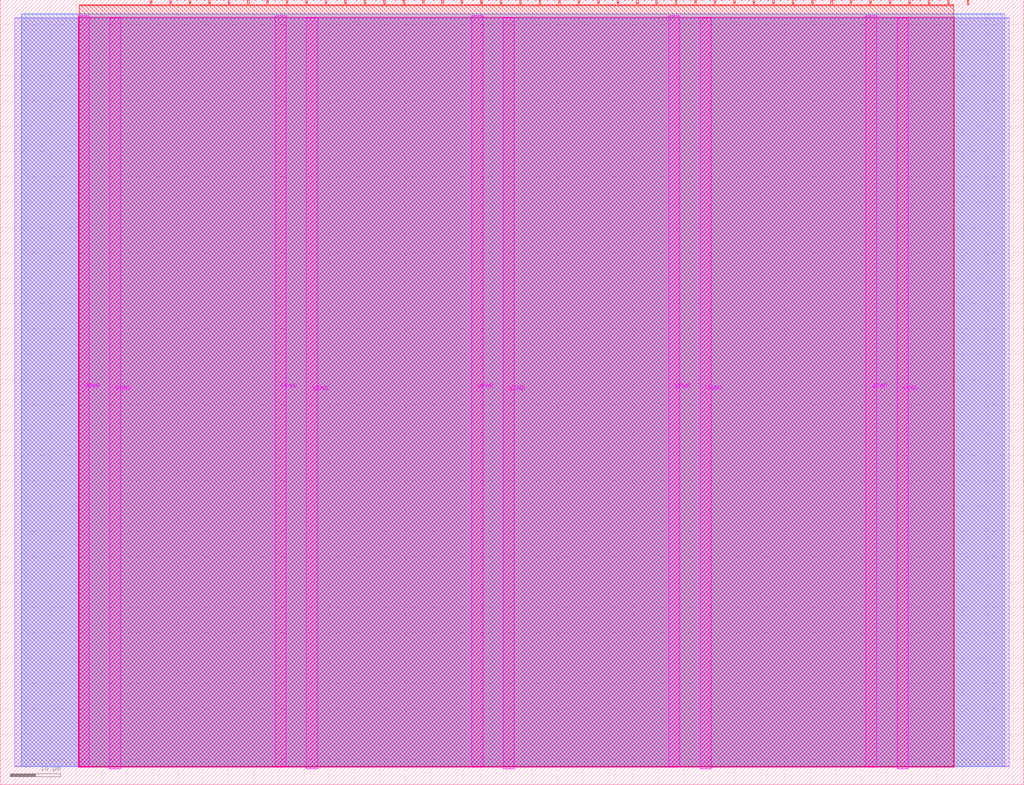
<source format=lef>
VERSION 5.7 ;
  NOWIREEXTENSIONATPIN ON ;
  DIVIDERCHAR "/" ;
  BUSBITCHARS "[]" ;
MACRO tt_um_mlyoung_wedgetail
  CLASS BLOCK ;
  FOREIGN tt_um_mlyoung_wedgetail ;
  ORIGIN 0.000 0.000 ;
  SIZE 202.080 BY 154.980 ;
  PIN VGND
    DIRECTION INOUT ;
    USE GROUND ;
    PORT
      LAYER TopMetal1 ;
        RECT 21.580 3.150 23.780 151.420 ;
    END
    PORT
      LAYER TopMetal1 ;
        RECT 60.450 3.150 62.650 151.420 ;
    END
    PORT
      LAYER TopMetal1 ;
        RECT 99.320 3.150 101.520 151.420 ;
    END
    PORT
      LAYER TopMetal1 ;
        RECT 138.190 3.150 140.390 151.420 ;
    END
    PORT
      LAYER TopMetal1 ;
        RECT 177.060 3.150 179.260 151.420 ;
    END
  END VGND
  PIN VPWR
    DIRECTION INOUT ;
    USE POWER ;
    PORT
      LAYER TopMetal1 ;
        RECT 15.380 3.560 17.580 151.830 ;
    END
    PORT
      LAYER TopMetal1 ;
        RECT 54.250 3.560 56.450 151.830 ;
    END
    PORT
      LAYER TopMetal1 ;
        RECT 93.120 3.560 95.320 151.830 ;
    END
    PORT
      LAYER TopMetal1 ;
        RECT 131.990 3.560 134.190 151.830 ;
    END
    PORT
      LAYER TopMetal1 ;
        RECT 170.860 3.560 173.060 151.830 ;
    END
  END VPWR
  PIN clk
    DIRECTION INPUT ;
    USE SIGNAL ;
    ANTENNAGATEAREA 1.450800 ;
    PORT
      LAYER Metal4 ;
        RECT 187.050 153.980 187.350 154.980 ;
    END
  END clk
  PIN ena
    DIRECTION INPUT ;
    USE SIGNAL ;
    PORT
      LAYER Metal4 ;
        RECT 190.890 153.980 191.190 154.980 ;
    END
  END ena
  PIN rst_n
    DIRECTION INPUT ;
    USE SIGNAL ;
    ANTENNAGATEAREA 1.450800 ;
    PORT
      LAYER Metal4 ;
        RECT 183.210 153.980 183.510 154.980 ;
    END
  END rst_n
  PIN ui_in[0]
    DIRECTION INPUT ;
    USE SIGNAL ;
    ANTENNAGATEAREA 0.180700 ;
    PORT
      LAYER Metal4 ;
        RECT 179.370 153.980 179.670 154.980 ;
    END
  END ui_in[0]
  PIN ui_in[1]
    DIRECTION INPUT ;
    USE SIGNAL ;
    ANTENNAGATEAREA 0.180700 ;
    PORT
      LAYER Metal4 ;
        RECT 175.530 153.980 175.830 154.980 ;
    END
  END ui_in[1]
  PIN ui_in[2]
    DIRECTION INPUT ;
    USE SIGNAL ;
    ANTENNAGATEAREA 0.180700 ;
    PORT
      LAYER Metal4 ;
        RECT 171.690 153.980 171.990 154.980 ;
    END
  END ui_in[2]
  PIN ui_in[3]
    DIRECTION INPUT ;
    USE SIGNAL ;
    ANTENNAGATEAREA 0.180700 ;
    PORT
      LAYER Metal4 ;
        RECT 167.850 153.980 168.150 154.980 ;
    END
  END ui_in[3]
  PIN ui_in[4]
    DIRECTION INPUT ;
    USE SIGNAL ;
    PORT
      LAYER Metal4 ;
        RECT 164.010 153.980 164.310 154.980 ;
    END
  END ui_in[4]
  PIN ui_in[5]
    DIRECTION INPUT ;
    USE SIGNAL ;
    ANTENNAGATEAREA 0.180700 ;
    PORT
      LAYER Metal4 ;
        RECT 160.170 153.980 160.470 154.980 ;
    END
  END ui_in[5]
  PIN ui_in[6]
    DIRECTION INPUT ;
    USE SIGNAL ;
    ANTENNAGATEAREA 0.725400 ;
    PORT
      LAYER Metal4 ;
        RECT 156.330 153.980 156.630 154.980 ;
    END
  END ui_in[6]
  PIN ui_in[7]
    DIRECTION INPUT ;
    USE SIGNAL ;
    PORT
      LAYER Metal4 ;
        RECT 152.490 153.980 152.790 154.980 ;
    END
  END ui_in[7]
  PIN uio_in[0]
    DIRECTION INPUT ;
    USE SIGNAL ;
    PORT
      LAYER Metal4 ;
        RECT 148.650 153.980 148.950 154.980 ;
    END
  END uio_in[0]
  PIN uio_in[1]
    DIRECTION INPUT ;
    USE SIGNAL ;
    PORT
      LAYER Metal4 ;
        RECT 144.810 153.980 145.110 154.980 ;
    END
  END uio_in[1]
  PIN uio_in[2]
    DIRECTION INPUT ;
    USE SIGNAL ;
    PORT
      LAYER Metal4 ;
        RECT 140.970 153.980 141.270 154.980 ;
    END
  END uio_in[2]
  PIN uio_in[3]
    DIRECTION INPUT ;
    USE SIGNAL ;
    PORT
      LAYER Metal4 ;
        RECT 137.130 153.980 137.430 154.980 ;
    END
  END uio_in[3]
  PIN uio_in[4]
    DIRECTION INPUT ;
    USE SIGNAL ;
    ANTENNAGATEAREA 0.180700 ;
    PORT
      LAYER Metal4 ;
        RECT 133.290 153.980 133.590 154.980 ;
    END
  END uio_in[4]
  PIN uio_in[5]
    DIRECTION INPUT ;
    USE SIGNAL ;
    PORT
      LAYER Metal4 ;
        RECT 129.450 153.980 129.750 154.980 ;
    END
  END uio_in[5]
  PIN uio_in[6]
    DIRECTION INPUT ;
    USE SIGNAL ;
    PORT
      LAYER Metal4 ;
        RECT 125.610 153.980 125.910 154.980 ;
    END
  END uio_in[6]
  PIN uio_in[7]
    DIRECTION INPUT ;
    USE SIGNAL ;
    PORT
      LAYER Metal4 ;
        RECT 121.770 153.980 122.070 154.980 ;
    END
  END uio_in[7]
  PIN uio_oe[0]
    DIRECTION OUTPUT ;
    USE SIGNAL ;
    ANTENNADIFFAREA 0.299200 ;
    PORT
      LAYER Metal4 ;
        RECT 56.490 153.980 56.790 154.980 ;
    END
  END uio_oe[0]
  PIN uio_oe[1]
    DIRECTION OUTPUT ;
    USE SIGNAL ;
    ANTENNADIFFAREA 0.299200 ;
    PORT
      LAYER Metal4 ;
        RECT 52.650 153.980 52.950 154.980 ;
    END
  END uio_oe[1]
  PIN uio_oe[2]
    DIRECTION OUTPUT ;
    USE SIGNAL ;
    ANTENNADIFFAREA 0.299200 ;
    PORT
      LAYER Metal4 ;
        RECT 48.810 153.980 49.110 154.980 ;
    END
  END uio_oe[2]
  PIN uio_oe[3]
    DIRECTION OUTPUT ;
    USE SIGNAL ;
    ANTENNADIFFAREA 0.299200 ;
    PORT
      LAYER Metal4 ;
        RECT 44.970 153.980 45.270 154.980 ;
    END
  END uio_oe[3]
  PIN uio_oe[4]
    DIRECTION OUTPUT ;
    USE SIGNAL ;
    ANTENNADIFFAREA 0.299200 ;
    PORT
      LAYER Metal4 ;
        RECT 41.130 153.980 41.430 154.980 ;
    END
  END uio_oe[4]
  PIN uio_oe[5]
    DIRECTION OUTPUT ;
    USE SIGNAL ;
    ANTENNADIFFAREA 0.299200 ;
    PORT
      LAYER Metal4 ;
        RECT 37.290 153.980 37.590 154.980 ;
    END
  END uio_oe[5]
  PIN uio_oe[6]
    DIRECTION OUTPUT ;
    USE SIGNAL ;
    ANTENNADIFFAREA 0.299200 ;
    PORT
      LAYER Metal4 ;
        RECT 33.450 153.980 33.750 154.980 ;
    END
  END uio_oe[6]
  PIN uio_oe[7]
    DIRECTION OUTPUT ;
    USE SIGNAL ;
    ANTENNADIFFAREA 0.299200 ;
    PORT
      LAYER Metal4 ;
        RECT 29.610 153.980 29.910 154.980 ;
    END
  END uio_oe[7]
  PIN uio_out[0]
    DIRECTION OUTPUT ;
    USE SIGNAL ;
    ANTENNADIFFAREA 0.299200 ;
    PORT
      LAYER Metal4 ;
        RECT 87.210 153.980 87.510 154.980 ;
    END
  END uio_out[0]
  PIN uio_out[1]
    DIRECTION OUTPUT ;
    USE SIGNAL ;
    ANTENNADIFFAREA 0.299200 ;
    PORT
      LAYER Metal4 ;
        RECT 83.370 153.980 83.670 154.980 ;
    END
  END uio_out[1]
  PIN uio_out[2]
    DIRECTION OUTPUT ;
    USE SIGNAL ;
    ANTENNADIFFAREA 0.299200 ;
    PORT
      LAYER Metal4 ;
        RECT 79.530 153.980 79.830 154.980 ;
    END
  END uio_out[2]
  PIN uio_out[3]
    DIRECTION OUTPUT ;
    USE SIGNAL ;
    ANTENNADIFFAREA 0.299200 ;
    PORT
      LAYER Metal4 ;
        RECT 75.690 153.980 75.990 154.980 ;
    END
  END uio_out[3]
  PIN uio_out[4]
    DIRECTION OUTPUT ;
    USE SIGNAL ;
    ANTENNADIFFAREA 0.299200 ;
    PORT
      LAYER Metal4 ;
        RECT 71.850 153.980 72.150 154.980 ;
    END
  END uio_out[4]
  PIN uio_out[5]
    DIRECTION OUTPUT ;
    USE SIGNAL ;
    ANTENNADIFFAREA 0.299200 ;
    PORT
      LAYER Metal4 ;
        RECT 68.010 153.980 68.310 154.980 ;
    END
  END uio_out[5]
  PIN uio_out[6]
    DIRECTION OUTPUT ;
    USE SIGNAL ;
    ANTENNADIFFAREA 0.299200 ;
    PORT
      LAYER Metal4 ;
        RECT 64.170 153.980 64.470 154.980 ;
    END
  END uio_out[6]
  PIN uio_out[7]
    DIRECTION OUTPUT ;
    USE SIGNAL ;
    ANTENNADIFFAREA 0.299200 ;
    PORT
      LAYER Metal4 ;
        RECT 60.330 153.980 60.630 154.980 ;
    END
  END uio_out[7]
  PIN uo_out[0]
    DIRECTION OUTPUT ;
    USE SIGNAL ;
    ANTENNADIFFAREA 0.708600 ;
    PORT
      LAYER Metal4 ;
        RECT 117.930 153.980 118.230 154.980 ;
    END
  END uo_out[0]
  PIN uo_out[1]
    DIRECTION OUTPUT ;
    USE SIGNAL ;
    ANTENNADIFFAREA 0.299200 ;
    PORT
      LAYER Metal4 ;
        RECT 114.090 153.980 114.390 154.980 ;
    END
  END uo_out[1]
  PIN uo_out[2]
    DIRECTION OUTPUT ;
    USE SIGNAL ;
    ANTENNADIFFAREA 0.708600 ;
    PORT
      LAYER Metal4 ;
        RECT 110.250 153.980 110.550 154.980 ;
    END
  END uo_out[2]
  PIN uo_out[3]
    DIRECTION OUTPUT ;
    USE SIGNAL ;
    ANTENNADIFFAREA 0.708600 ;
    PORT
      LAYER Metal4 ;
        RECT 106.410 153.980 106.710 154.980 ;
    END
  END uo_out[3]
  PIN uo_out[4]
    DIRECTION OUTPUT ;
    USE SIGNAL ;
    ANTENNADIFFAREA 0.708600 ;
    PORT
      LAYER Metal4 ;
        RECT 102.570 153.980 102.870 154.980 ;
    END
  END uo_out[4]
  PIN uo_out[5]
    DIRECTION OUTPUT ;
    USE SIGNAL ;
    ANTENNADIFFAREA 0.708600 ;
    PORT
      LAYER Metal4 ;
        RECT 98.730 153.980 99.030 154.980 ;
    END
  END uo_out[5]
  PIN uo_out[6]
    DIRECTION OUTPUT ;
    USE SIGNAL ;
    ANTENNADIFFAREA 0.708600 ;
    PORT
      LAYER Metal4 ;
        RECT 94.890 153.980 95.190 154.980 ;
    END
  END uo_out[6]
  PIN uo_out[7]
    DIRECTION OUTPUT ;
    USE SIGNAL ;
    ANTENNADIFFAREA 0.299200 ;
    PORT
      LAYER Metal4 ;
        RECT 91.050 153.980 91.350 154.980 ;
    END
  END uo_out[7]
  OBS
      LAYER GatPoly ;
        RECT 2.880 3.630 199.200 151.350 ;
      LAYER Metal1 ;
        RECT 2.880 3.560 199.200 151.420 ;
      LAYER Metal2 ;
        RECT 4.215 3.635 198.340 152.185 ;
      LAYER Metal3 ;
        RECT 4.175 3.680 197.905 152.145 ;
      LAYER Metal4 ;
        RECT 15.560 153.770 29.400 153.980 ;
        RECT 30.120 153.770 33.240 153.980 ;
        RECT 33.960 153.770 37.080 153.980 ;
        RECT 37.800 153.770 40.920 153.980 ;
        RECT 41.640 153.770 44.760 153.980 ;
        RECT 45.480 153.770 48.600 153.980 ;
        RECT 49.320 153.770 52.440 153.980 ;
        RECT 53.160 153.770 56.280 153.980 ;
        RECT 57.000 153.770 60.120 153.980 ;
        RECT 60.840 153.770 63.960 153.980 ;
        RECT 64.680 153.770 67.800 153.980 ;
        RECT 68.520 153.770 71.640 153.980 ;
        RECT 72.360 153.770 75.480 153.980 ;
        RECT 76.200 153.770 79.320 153.980 ;
        RECT 80.040 153.770 83.160 153.980 ;
        RECT 83.880 153.770 87.000 153.980 ;
        RECT 87.720 153.770 90.840 153.980 ;
        RECT 91.560 153.770 94.680 153.980 ;
        RECT 95.400 153.770 98.520 153.980 ;
        RECT 99.240 153.770 102.360 153.980 ;
        RECT 103.080 153.770 106.200 153.980 ;
        RECT 106.920 153.770 110.040 153.980 ;
        RECT 110.760 153.770 113.880 153.980 ;
        RECT 114.600 153.770 117.720 153.980 ;
        RECT 118.440 153.770 121.560 153.980 ;
        RECT 122.280 153.770 125.400 153.980 ;
        RECT 126.120 153.770 129.240 153.980 ;
        RECT 129.960 153.770 133.080 153.980 ;
        RECT 133.800 153.770 136.920 153.980 ;
        RECT 137.640 153.770 140.760 153.980 ;
        RECT 141.480 153.770 144.600 153.980 ;
        RECT 145.320 153.770 148.440 153.980 ;
        RECT 149.160 153.770 152.280 153.980 ;
        RECT 153.000 153.770 156.120 153.980 ;
        RECT 156.840 153.770 159.960 153.980 ;
        RECT 160.680 153.770 163.800 153.980 ;
        RECT 164.520 153.770 167.640 153.980 ;
        RECT 168.360 153.770 171.480 153.980 ;
        RECT 172.200 153.770 175.320 153.980 ;
        RECT 176.040 153.770 179.160 153.980 ;
        RECT 179.880 153.770 183.000 153.980 ;
        RECT 183.720 153.770 186.840 153.980 ;
        RECT 187.560 153.770 188.265 153.980 ;
        RECT 15.560 3.635 188.265 153.770 ;
      LAYER Metal5 ;
        RECT 15.515 3.470 188.305 151.510 ;
  END
END tt_um_mlyoung_wedgetail
END LIBRARY


</source>
